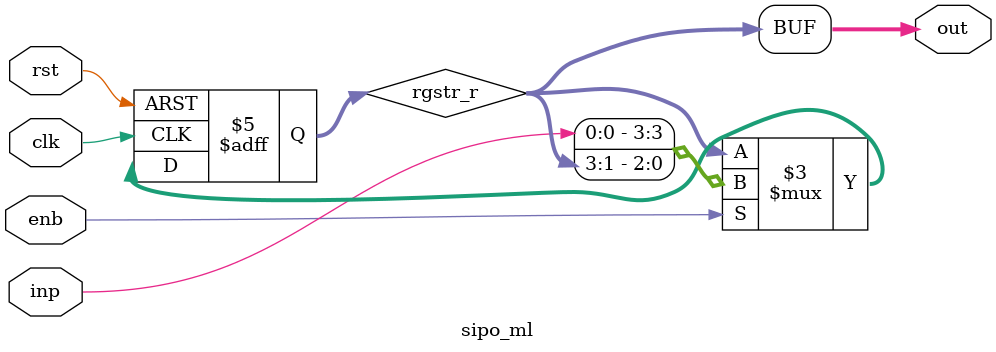
<source format=sv>
module sipo_ml #(
parameter DW = 4
) (
input               clk,
input               rst,
input               enb,
input               inp,
output  [DW-1:0]    out
);

logic [DW-1:0]      rgstr_r;

always_ff@(posedge clk or negedge rst) begin: rgstr_label
    if(!rst)
        rgstr_r  <= '0;
    else if (enb)
       rgstr_r  <= {inp[0],  rgstr_r[DW-1:1]};
end:rgstr_label

assign out  = rgstr_r;

//TODO: try to design a SIPO register where the serial input is connected to the MSB bit and shifting is to the right
endmodule

</source>
